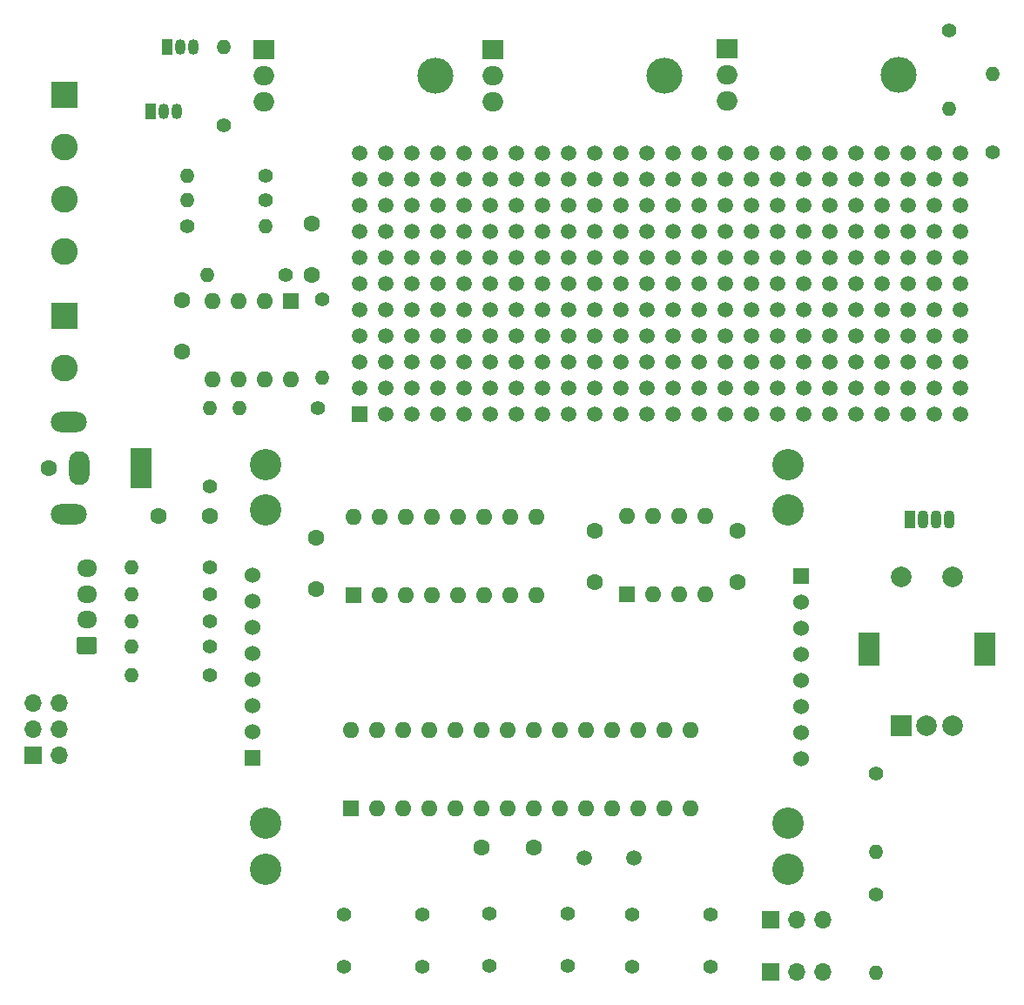
<source format=gbr>
G04 #@! TF.GenerationSoftware,KiCad,Pcbnew,(5.1.4-0-10_14)*
G04 #@! TF.CreationDate,2020-03-01T11:47:34+01:00*
G04 #@! TF.ProjectId,circuit,63697263-7569-4742-9e6b-696361645f70,rev?*
G04 #@! TF.SameCoordinates,Original*
G04 #@! TF.FileFunction,Soldermask,Top*
G04 #@! TF.FilePolarity,Negative*
%FSLAX46Y46*%
G04 Gerber Fmt 4.6, Leading zero omitted, Abs format (unit mm)*
G04 Created by KiCad (PCBNEW (5.1.4-0-10_14)) date 2020-03-01 11:47:34*
%MOMM*%
%LPD*%
G04 APERTURE LIST*
%ADD10O,1.070000X1.800000*%
%ADD11R,1.070000X1.800000*%
%ADD12C,1.500000*%
%ADD13R,1.500000X1.500000*%
%ADD14R,1.524000X1.524000*%
%ADD15C,3.048000*%
%ADD16C,1.524000*%
%ADD17O,1.400000X1.400000*%
%ADD18C,1.400000*%
%ADD19R,2.000000X2.000000*%
%ADD20C,2.000000*%
%ADD21R,2.000000X3.200000*%
%ADD22O,2.000000X1.905000*%
%ADD23R,2.000000X1.905000*%
%ADD24O,3.500000X3.500000*%
%ADD25O,1.700000X1.700000*%
%ADD26R,1.700000X1.700000*%
%ADD27O,1.600000X1.600000*%
%ADD28R,1.600000X1.600000*%
%ADD29C,1.600000*%
%ADD30O,1.950000X1.700000*%
%ADD31C,0.100000*%
%ADD32C,1.700000*%
%ADD33C,2.600000*%
%ADD34R,2.600000X2.600000*%
%ADD35R,1.050000X1.500000*%
%ADD36O,1.050000X1.500000*%
%ADD37C,1.397000*%
%ADD38O,3.500000X2.000000*%
%ADD39O,2.000000X3.300000*%
%ADD40R,2.000000X4.000000*%
G04 APERTURE END LIST*
D10*
X112522000Y-70802500D03*
X111252000Y-70802500D03*
X109982000Y-70802500D03*
D11*
X108712000Y-70802500D03*
D12*
X57785000Y-60579000D03*
X73025000Y-60579000D03*
X75565000Y-60579000D03*
X78105000Y-60579000D03*
X80645000Y-60579000D03*
X83185000Y-60579000D03*
X85725000Y-60579000D03*
X88265000Y-60579000D03*
X90805000Y-60579000D03*
X93345000Y-60579000D03*
X95885000Y-60579000D03*
X98425000Y-60579000D03*
X100965000Y-60579000D03*
X103505000Y-60579000D03*
X106045000Y-60579000D03*
X108585000Y-60579000D03*
X111125000Y-60579000D03*
X113665000Y-60579000D03*
X70485000Y-60579000D03*
X60325000Y-60579000D03*
X62865000Y-60579000D03*
X65405000Y-60579000D03*
D13*
X55245000Y-60579000D03*
D12*
X67945000Y-60579000D03*
D14*
X98191900Y-76270400D03*
D15*
X96921900Y-65475400D03*
X96921900Y-104845400D03*
X46121900Y-104845400D03*
X46121900Y-65475400D03*
D16*
X98191900Y-78810400D03*
X98191900Y-81350400D03*
X98191900Y-83890400D03*
X98191900Y-86430400D03*
X98191900Y-88970400D03*
X98191900Y-91510400D03*
X98191900Y-94050400D03*
D17*
X43561000Y-59944000D03*
D18*
X51181000Y-59944000D03*
D19*
X107900000Y-90916000D03*
D20*
X110400000Y-90916000D03*
X112900000Y-90916000D03*
D21*
X104800000Y-83416000D03*
X116000000Y-83416000D03*
D20*
X107900000Y-76416000D03*
X112900000Y-76416000D03*
D22*
X90978300Y-30083000D03*
X90978300Y-27543000D03*
D23*
X90978300Y-25003000D03*
D24*
X107638300Y-27543000D03*
D25*
X26035000Y-88646000D03*
X23495000Y-88646000D03*
X26035000Y-91186000D03*
X23495000Y-91186000D03*
X26035000Y-93726000D03*
D26*
X23495000Y-93726000D03*
D27*
X54434700Y-91259700D03*
X87454700Y-98879700D03*
X56974700Y-91259700D03*
X84914700Y-98879700D03*
X59514700Y-91259700D03*
X82374700Y-98879700D03*
X62054700Y-91259700D03*
X79834700Y-98879700D03*
X64594700Y-91259700D03*
X77294700Y-98879700D03*
X67134700Y-91259700D03*
X74754700Y-98879700D03*
X69674700Y-91259700D03*
X72214700Y-98879700D03*
X72214700Y-91259700D03*
X69674700Y-98879700D03*
X74754700Y-91259700D03*
X67134700Y-98879700D03*
X77294700Y-91259700D03*
X64594700Y-98879700D03*
X79834700Y-91259700D03*
X62054700Y-98879700D03*
X82374700Y-91259700D03*
X59514700Y-98879700D03*
X84914700Y-91259700D03*
X56974700Y-98879700D03*
X87454700Y-91259700D03*
D28*
X54434700Y-98879700D03*
D16*
X44831000Y-76263500D03*
X44831000Y-78803500D03*
X44831000Y-81343500D03*
X44831000Y-83883500D03*
X44831000Y-86423500D03*
X44831000Y-88963500D03*
X44831000Y-91503500D03*
D15*
X46101000Y-69913500D03*
X46101000Y-100393500D03*
X96901000Y-100393500D03*
X96901000Y-69913500D03*
D14*
X44831000Y-94043500D03*
D27*
X81216500Y-70485000D03*
X88836500Y-78105000D03*
X83756500Y-70485000D03*
X86296500Y-78105000D03*
X86296500Y-70485000D03*
X83756500Y-78105000D03*
X88836500Y-70485000D03*
D28*
X81216500Y-78105000D03*
D12*
X57785000Y-37719000D03*
X57785000Y-35179000D03*
X55245000Y-35179000D03*
X73025000Y-35179000D03*
X73025000Y-37719000D03*
X75565000Y-35179000D03*
X75565000Y-37719000D03*
X78105000Y-35179000D03*
X78105000Y-37719000D03*
X80645000Y-35179000D03*
X80645000Y-37719000D03*
X83185000Y-35179000D03*
X83185000Y-37719000D03*
X85725000Y-35179000D03*
X85725000Y-37719000D03*
X88265000Y-35179000D03*
X88265000Y-37719000D03*
X90805000Y-35179000D03*
X90805000Y-37719000D03*
X93345000Y-35179000D03*
X93345000Y-37719000D03*
X95885000Y-35179000D03*
X95885000Y-37719000D03*
X98425000Y-35179000D03*
X98425000Y-37719000D03*
X100965000Y-35179000D03*
X100965000Y-37719000D03*
X103505000Y-35179000D03*
X103505000Y-37719000D03*
X106045000Y-35179000D03*
X106045000Y-37719000D03*
X108585000Y-35179000D03*
X108585000Y-37719000D03*
X111125000Y-35179000D03*
X111125000Y-37719000D03*
X113665000Y-35179000D03*
X113665000Y-37719000D03*
X70485000Y-35179000D03*
X70485000Y-37719000D03*
X60325000Y-37719000D03*
X62865000Y-35179000D03*
X62865000Y-37719000D03*
X65405000Y-35179000D03*
X65405000Y-37719000D03*
X60325000Y-35179000D03*
X55245000Y-37719000D03*
X67945000Y-35179000D03*
X67945000Y-37719000D03*
X57785000Y-42799000D03*
X57785000Y-40259000D03*
X55245000Y-40259000D03*
X73025000Y-40259000D03*
X73025000Y-42799000D03*
X75565000Y-40259000D03*
X75565000Y-42799000D03*
X78105000Y-40259000D03*
X78105000Y-42799000D03*
X80645000Y-40259000D03*
X80645000Y-42799000D03*
X83185000Y-40259000D03*
X83185000Y-42799000D03*
X85725000Y-40259000D03*
X85725000Y-42799000D03*
X88265000Y-40259000D03*
X88265000Y-42799000D03*
X90805000Y-40259000D03*
X90805000Y-42799000D03*
X93345000Y-40259000D03*
X93345000Y-42799000D03*
X95885000Y-40259000D03*
X95885000Y-42799000D03*
X98425000Y-40259000D03*
X98425000Y-42799000D03*
X100965000Y-40259000D03*
X100965000Y-42799000D03*
X103505000Y-40259000D03*
X103505000Y-42799000D03*
X106045000Y-40259000D03*
X106045000Y-42799000D03*
X108585000Y-40259000D03*
X108585000Y-42799000D03*
X111125000Y-40259000D03*
X111125000Y-42799000D03*
X113665000Y-40259000D03*
X113665000Y-42799000D03*
X70485000Y-40259000D03*
X70485000Y-42799000D03*
X60325000Y-42799000D03*
X62865000Y-40259000D03*
X62865000Y-42799000D03*
X65405000Y-40259000D03*
X65405000Y-42799000D03*
X60325000Y-40259000D03*
X55245000Y-42799000D03*
X67945000Y-40259000D03*
X67945000Y-42799000D03*
X57785000Y-47879000D03*
X57785000Y-45339000D03*
X55245000Y-45339000D03*
X73025000Y-45339000D03*
X73025000Y-47879000D03*
X75565000Y-45339000D03*
X75565000Y-47879000D03*
X78105000Y-45339000D03*
X78105000Y-47879000D03*
X80645000Y-45339000D03*
X80645000Y-47879000D03*
X83185000Y-45339000D03*
X83185000Y-47879000D03*
X85725000Y-45339000D03*
X85725000Y-47879000D03*
X88265000Y-45339000D03*
X88265000Y-47879000D03*
X90805000Y-45339000D03*
X90805000Y-47879000D03*
X93345000Y-45339000D03*
X93345000Y-47879000D03*
X95885000Y-45339000D03*
X95885000Y-47879000D03*
X98425000Y-45339000D03*
X98425000Y-47879000D03*
X100965000Y-45339000D03*
X100965000Y-47879000D03*
X103505000Y-45339000D03*
X103505000Y-47879000D03*
X106045000Y-45339000D03*
X106045000Y-47879000D03*
X108585000Y-45339000D03*
X108585000Y-47879000D03*
X111125000Y-45339000D03*
X111125000Y-47879000D03*
X113665000Y-45339000D03*
X113665000Y-47879000D03*
X70485000Y-45339000D03*
X70485000Y-47879000D03*
X60325000Y-47879000D03*
X62865000Y-45339000D03*
X62865000Y-47879000D03*
X65405000Y-45339000D03*
X65405000Y-47879000D03*
X60325000Y-45339000D03*
X55245000Y-47879000D03*
X67945000Y-45339000D03*
X67945000Y-47879000D03*
X57785000Y-52959000D03*
X57785000Y-50419000D03*
X55245000Y-50419000D03*
X73025000Y-50419000D03*
X73025000Y-52959000D03*
X75565000Y-50419000D03*
X75565000Y-52959000D03*
X78105000Y-50419000D03*
X78105000Y-52959000D03*
X80645000Y-50419000D03*
X80645000Y-52959000D03*
X83185000Y-50419000D03*
X83185000Y-52959000D03*
X85725000Y-50419000D03*
X85725000Y-52959000D03*
X88265000Y-50419000D03*
X88265000Y-52959000D03*
X90805000Y-50419000D03*
X90805000Y-52959000D03*
X93345000Y-50419000D03*
X93345000Y-52959000D03*
X95885000Y-50419000D03*
X95885000Y-52959000D03*
X98425000Y-50419000D03*
X98425000Y-52959000D03*
X100965000Y-50419000D03*
X100965000Y-52959000D03*
X103505000Y-50419000D03*
X103505000Y-52959000D03*
X106045000Y-50419000D03*
X106045000Y-52959000D03*
X108585000Y-50419000D03*
X108585000Y-52959000D03*
X111125000Y-50419000D03*
X111125000Y-52959000D03*
X113665000Y-50419000D03*
X113665000Y-52959000D03*
X70485000Y-50419000D03*
X70485000Y-52959000D03*
X60325000Y-52959000D03*
X62865000Y-50419000D03*
X62865000Y-52959000D03*
X65405000Y-50419000D03*
X65405000Y-52959000D03*
X60325000Y-50419000D03*
X55245000Y-52959000D03*
X67945000Y-50419000D03*
X67945000Y-52959000D03*
X113665000Y-58039000D03*
X113665000Y-55499000D03*
X111125000Y-58039000D03*
X111125000Y-55499000D03*
X108585000Y-58039000D03*
X108585000Y-55499000D03*
X106045000Y-58039000D03*
X106045000Y-55499000D03*
X103505000Y-58039000D03*
X103505000Y-55499000D03*
X100965000Y-58039000D03*
X100965000Y-55499000D03*
X98425000Y-58039000D03*
X98425000Y-55499000D03*
X95885000Y-58039000D03*
X95885000Y-55499000D03*
X93345000Y-58039000D03*
X93345000Y-55499000D03*
X90805000Y-58039000D03*
X90805000Y-55499000D03*
X88265000Y-58039000D03*
X88265000Y-55499000D03*
X85725000Y-58039000D03*
X85725000Y-55499000D03*
X83185000Y-58039000D03*
X83185000Y-55499000D03*
X80645000Y-58039000D03*
X80645000Y-55499000D03*
X78105000Y-58039000D03*
X78105000Y-55499000D03*
X75565000Y-58039000D03*
X75565000Y-55499000D03*
X73025000Y-58039000D03*
X73025000Y-55499000D03*
X70485000Y-58039000D03*
X70485000Y-55499000D03*
X67945000Y-58039000D03*
X67945000Y-55499000D03*
X65405000Y-58039000D03*
X65405000Y-55499000D03*
X62865000Y-58039000D03*
X62865000Y-55499000D03*
X60325000Y-58039000D03*
X60325000Y-55499000D03*
X57785000Y-58039000D03*
X57785000Y-55499000D03*
X55245000Y-58039000D03*
X55245000Y-55499000D03*
D29*
X78105000Y-76945500D03*
X78105000Y-71945500D03*
X92011500Y-71898500D03*
X92011500Y-76898500D03*
D30*
X28702000Y-75558000D03*
X28702000Y-78058000D03*
X28702000Y-80558000D03*
D31*
G36*
X29451504Y-82209204D02*
G01*
X29475773Y-82212804D01*
X29499571Y-82218765D01*
X29522671Y-82227030D01*
X29544849Y-82237520D01*
X29565893Y-82250133D01*
X29585598Y-82264747D01*
X29603777Y-82281223D01*
X29620253Y-82299402D01*
X29634867Y-82319107D01*
X29647480Y-82340151D01*
X29657970Y-82362329D01*
X29666235Y-82385429D01*
X29672196Y-82409227D01*
X29675796Y-82433496D01*
X29677000Y-82458000D01*
X29677000Y-83658000D01*
X29675796Y-83682504D01*
X29672196Y-83706773D01*
X29666235Y-83730571D01*
X29657970Y-83753671D01*
X29647480Y-83775849D01*
X29634867Y-83796893D01*
X29620253Y-83816598D01*
X29603777Y-83834777D01*
X29585598Y-83851253D01*
X29565893Y-83865867D01*
X29544849Y-83878480D01*
X29522671Y-83888970D01*
X29499571Y-83897235D01*
X29475773Y-83903196D01*
X29451504Y-83906796D01*
X29427000Y-83908000D01*
X27977000Y-83908000D01*
X27952496Y-83906796D01*
X27928227Y-83903196D01*
X27904429Y-83897235D01*
X27881329Y-83888970D01*
X27859151Y-83878480D01*
X27838107Y-83865867D01*
X27818402Y-83851253D01*
X27800223Y-83834777D01*
X27783747Y-83816598D01*
X27769133Y-83796893D01*
X27756520Y-83775849D01*
X27746030Y-83753671D01*
X27737765Y-83730571D01*
X27731804Y-83706773D01*
X27728204Y-83682504D01*
X27727000Y-83658000D01*
X27727000Y-82458000D01*
X27728204Y-82433496D01*
X27731804Y-82409227D01*
X27737765Y-82385429D01*
X27746030Y-82362329D01*
X27756520Y-82340151D01*
X27769133Y-82319107D01*
X27783747Y-82299402D01*
X27800223Y-82281223D01*
X27818402Y-82264747D01*
X27838107Y-82250133D01*
X27859151Y-82237520D01*
X27881329Y-82227030D01*
X27904429Y-82218765D01*
X27928227Y-82212804D01*
X27952496Y-82209204D01*
X27977000Y-82208000D01*
X29427000Y-82208000D01*
X29451504Y-82209204D01*
X29451504Y-82209204D01*
G37*
D32*
X28702000Y-83058000D03*
D12*
X77050200Y-103769000D03*
X81930200Y-103769000D03*
D17*
X33020000Y-75501500D03*
D18*
X40640000Y-75501500D03*
D22*
X45964400Y-30154100D03*
X45964400Y-27614100D03*
D23*
X45964400Y-25074100D03*
D24*
X62624400Y-27614100D03*
D22*
X68204600Y-30210000D03*
X68204600Y-27670000D03*
D23*
X68204600Y-25130000D03*
D24*
X84864600Y-27670000D03*
D33*
X26500000Y-56080000D03*
D34*
X26500000Y-51000000D03*
D33*
X26500000Y-44740000D03*
X26500000Y-39660000D03*
X26500000Y-34580000D03*
D34*
X26500000Y-29500000D03*
D17*
X105474000Y-114935000D03*
D18*
X105474000Y-107315000D03*
D25*
X100266500Y-114872000D03*
X97726500Y-114872000D03*
D26*
X95186500Y-114872000D03*
D25*
X100266500Y-109792000D03*
X97726500Y-109792000D03*
D26*
X95186500Y-109792000D03*
D29*
X50990500Y-77580500D03*
X50990500Y-72580500D03*
X37973000Y-49483000D03*
X37973000Y-54483000D03*
X72134700Y-102690000D03*
X67134700Y-102690000D03*
D35*
X36490200Y-24820100D03*
D36*
X39030200Y-24820100D03*
X37760200Y-24820100D03*
D35*
X34925000Y-31115000D03*
D36*
X37465000Y-31115000D03*
X36195000Y-31115000D03*
D37*
X53683400Y-114314000D03*
X53683400Y-109234000D03*
X61303400Y-114314000D03*
X61303400Y-109234000D03*
X67882000Y-114225000D03*
X67882000Y-109145000D03*
X75502000Y-114225000D03*
X75502000Y-109145000D03*
X81712300Y-114314000D03*
X81712300Y-109234000D03*
X89332300Y-114314000D03*
X89332300Y-109234000D03*
D17*
X33046000Y-85937600D03*
D18*
X40666000Y-85937600D03*
D17*
X33020600Y-78109300D03*
D18*
X40640600Y-78109300D03*
D17*
X33020600Y-80695000D03*
D18*
X40640600Y-80695000D03*
D17*
X33020600Y-83174100D03*
D18*
X40640600Y-83174100D03*
D17*
X46101000Y-42291000D03*
D18*
X38481000Y-42291000D03*
D17*
X38481000Y-37338000D03*
D18*
X46101000Y-37338000D03*
D17*
X40386000Y-46990000D03*
D18*
X48006000Y-46990000D03*
D17*
X38481000Y-39751000D03*
D18*
X46101000Y-39751000D03*
D29*
X25000000Y-65786000D03*
D38*
X27000000Y-70286000D03*
X27000000Y-61286000D03*
D39*
X28000000Y-65786000D03*
D40*
X34000000Y-65786000D03*
D27*
X48514000Y-57150000D03*
X40894000Y-49530000D03*
X45974000Y-57150000D03*
X43434000Y-49530000D03*
X43434000Y-57150000D03*
X45974000Y-49530000D03*
X40894000Y-57150000D03*
D28*
X48514000Y-49530000D03*
D29*
X40687000Y-70485000D03*
X35687000Y-70485000D03*
X50546000Y-41990000D03*
X50546000Y-46990000D03*
D27*
X54610000Y-70548500D03*
X72390000Y-78168500D03*
X57150000Y-70548500D03*
X69850000Y-78168500D03*
X59690000Y-70548500D03*
X67310000Y-78168500D03*
X62230000Y-70548500D03*
X64770000Y-78168500D03*
X64770000Y-70548500D03*
X62230000Y-78168500D03*
X67310000Y-70548500D03*
X59690000Y-78168500D03*
X69850000Y-70548500D03*
X57150000Y-78168500D03*
X72390000Y-70548500D03*
D28*
X54610000Y-78168500D03*
D17*
X105474000Y-103124000D03*
D18*
X105474000Y-95504000D03*
D17*
X116776000Y-27495500D03*
D18*
X116776000Y-35115500D03*
D17*
X112522000Y-30861000D03*
D18*
X112522000Y-23241000D03*
D17*
X42007100Y-24870900D03*
D18*
X42007100Y-32490900D03*
D17*
X40640000Y-59944000D03*
D18*
X40640000Y-67564000D03*
D17*
X51562000Y-57023000D03*
D18*
X51562000Y-49403000D03*
M02*

</source>
